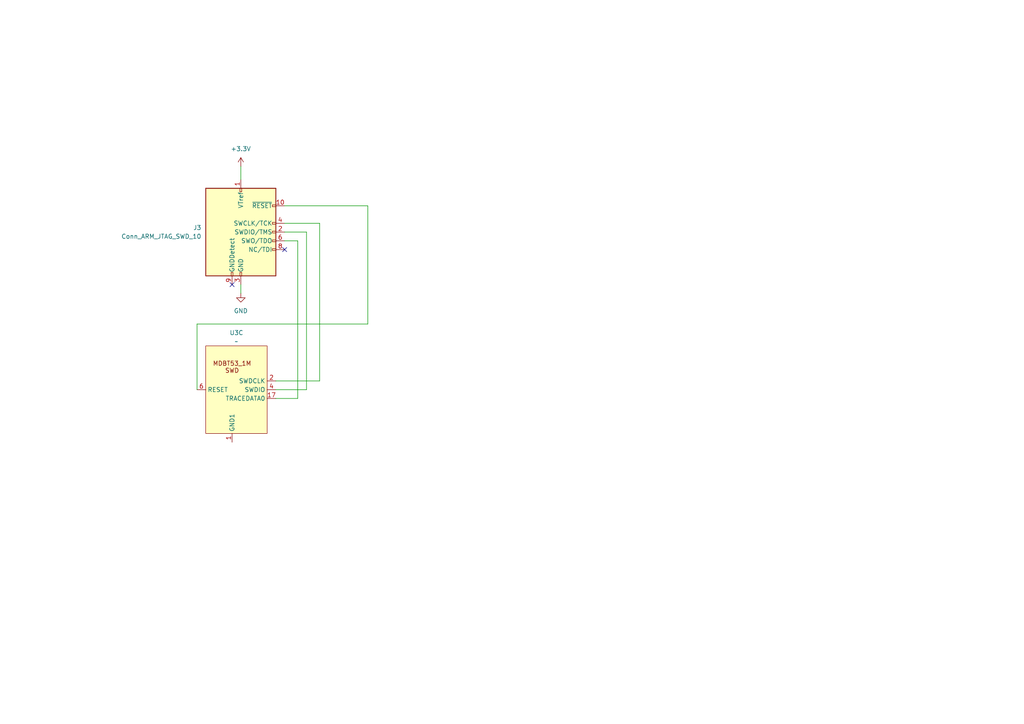
<source format=kicad_sch>
(kicad_sch (version 20231120) (generator "eeschema") (generator_version "8.0")
  (paper "A4")
  (lib_symbols
    (symbol "Connector:Conn_ARM_JTAG_SWD_10" (pin_names (offset 1.016))
      (property "Reference" "J" (at -2.54 16.51 0))
      (property "Value" "Conn_ARM_JTAG_SWD_10" (at -2.54 13.97 0))
      (symbol "Conn_ARM_JTAG_SWD_10_0_1"
        (rectangle (start -10.16 12.7) (end 10.16 -12.7) (stroke (width 0.254)) (fill (type background)))
        (rectangle (start -2.794 -12.7) (end -2.286 -11.684))
        (rectangle (start -0.254 -12.7) (end 0.254 -11.684))
        (rectangle (start -0.254 12.7) (end 0.254 11.684))
        (rectangle (start 9.144 2.286) (end 10.16 2.794))
        (rectangle (start 10.16 -2.794) (end 9.144 -2.286))
        (rectangle (start 10.16 -0.254) (end 9.144 0.254))
        (rectangle (start 10.16 7.874) (end 9.144 7.366))
      )
      (symbol "Conn_ARM_JTAG_SWD_10_1_1"
        (rectangle (start 9.144 -5.334) (end 10.16 -4.826))
        (pin power_in line (at 0 15.24 270) (length 2.54) (name "VTref") (number "1"))
        (pin open_collector line (at 12.7 7.62 180) (length 2.54) (name "~{RESET}") (number "10"))
        (pin bidirectional line (at 12.7 0 180) (length 2.54) (name "SWDIO/TMS") (number "2"))
        (pin power_in line (at 0 -15.24 90) (length 2.54) (name "GND") (number "3"))
        (pin output line (at 12.7 2.54 180) (length 2.54) (name "SWCLK/TCK") (number "4"))
        (pin passive line (at 0 -15.24 90) (length 2.54) hide (name "GND") (number "5"))
        (pin input line (at 12.7 -2.54 180) (length 2.54) (name "SWO/TDO") (number "6"))
        (pin no_connect line (at -10.16 0 0) (length 2.54) hide (name "KEY") (number "7"))
        (pin output line (at 12.7 -5.08 180) (length 2.54) (name "NC/TDI") (number "8"))
        (pin passive line (at -2.54 -15.24 90) (length 2.54) (name "GNDDetect") (number "9"))
      )
    )
    (symbol "David Brown Keyboard Parts:MDBT53_1M"
      (property "Reference" "U" (at 0 12.446 0))
      (symbol "MDBT53_1M_1_1"
        (rectangle (start -8.89 12.7) (end 11.43 -12.7) (fill (type background)))
        (text "MDBT53_1M\nPOWER" (at 0 2.032 0) (effects (font (size 1.27 1.27))))
        (pin power_in line (at -5.08 -15.24 90) (length 2.54) (name "GND1") (number "1"))
        (pin power_in line (at -2.54 -15.24 90) (length 2.54) (name "GND2") (number "24"))
        (pin power_in line (at -3.81 15.24 270) (length 2.54) (name "VDD") (number "38"))
        (pin power_in line (at 0 15.24 270) (length 2.54) (name "DCCH") (number "40"))
        (pin power_in line (at 3.81 15.24 270) (length 2.54) (name "VDDH") (number "41"))
        (pin power_in line (at 0 -15.24 90) (length 2.54) (name "GND3") (number "42"))
        (pin bidirectional line (at 13.97 5.08 180) (length 2.54) (name "DCCD") (number "50"))
        (pin bidirectional line (at 13.97 2.54 180) (length 2.54) (name "DECD") (number "52"))
        (pin bidirectional line (at 13.97 -2.54 180) (length 2.54) (name "DCC") (number "54"))
        (pin bidirectional line (at 13.97 -5.08 180) (length 2.54) (name "DECR") (number "58"))
        (pin power_in line (at 2.54 -15.24 90) (length 2.54) (name "GND4") (number "61"))
      )
      (symbol "MDBT53_1M_2_1"
        (rectangle (start -6.35 5.08) (end 6.35 -2.54) (fill (type background)))
        (text "MDBG53_1V_Clock\n" (at 0 10.414 0) (effects (font (size 1.27 1.27))))
        (pin bidirectional line (at -8.89 2.54 0) (length 2.54) (name "XL1/P0.00") (number "34"))
        (pin bidirectional line (at -8.89 0 0) (length 2.54) (name "XL2/P0.01") (number "36"))
      )
      (symbol "MDBT53_1M_3_1"
        (rectangle (start -7.62 12.7) (end 10.16 -12.7) (fill (type background)))
        (text "MDBT53_1M\nSWD" (at 0 6.604 0) (effects (font (size 1.27 1.27))))
        (pin power_in line (at 0 -15.24 90) (length 2.54) (name "GND1") (number "1"))
        (pin bidirectional line (at 12.7 -2.54 180) (length 2.54) (name "TRACEDATA0") (number "17"))
        (pin output line (at 12.7 2.54 180) (length 2.54) (name "SWDCLK") (number "2"))
        (pin bidirectional line (at 12.7 0 180) (length 2.54) (name "SWDIO") (number "4"))
        (pin input line (at -10.16 0 0) (length 2.54) (name "RESET") (number "6"))
      )
      (symbol "MDBT53_1M_4_1"
        (rectangle (start -10.16 10.16) (end 10.16 -11.43) (fill (type background)))
        (text "MDBT53_1M\nQSPI" (at 0 16.51 0) (effects (font (size 1.27 1.27))))
        (pin output line (at 10.16 5.08 180) (length 2.54) (name "QSPI_CSN") (number "16"))
        (pin output line (at 10.16 0 180) (length 2.54) (name "QSPI_0") (number "21"))
        (pin output line (at 10.16 -5.08 180) (length 2.54) (name "QSPI_2") (number "23"))
        (pin output line (at 10.16 7.62 180) (length 2.54) (name "QSPI_SCK") (number "26"))
        (pin output line (at 10.16 -2.54 180) (length 2.54) (name "QSPI_1") (number "27"))
        (pin output line (at 10.16 -7.62 180) (length 2.54) (name "QSPI_3") (number "28"))
      )
      (symbol "MDBT53_1M_5_0"
        (pin bidirectional line (at 12.7 -20.32 180) (length 2.54) (name "P0.21") (number "12"))
        (pin bidirectional line (at 12.7 -17.78 180) (length 2.54) (name "P0.20") (number "13"))
        (pin bidirectional line (at 12.7 -15.24 180) (length 2.54) (name "P0.19") (number "14"))
        (pin bidirectional line (at 12.7 2.54 180) (length 2.54) (name "P0.12") (number "15"))
        (pin bidirectional line (at 12.7 -12.7 180) (length 2.54) (name "P0.18") (number "16"))
        (pin bidirectional line (at 12.7 5.08 180) (length 2.54) (name "P0.11") (number "17"))
        (pin bidirectional line (at 12.7 7.62 180) (length 2.54) (name "P0.10") (number "18"))
        (pin bidirectional line (at 12.7 10.16 180) (length 2.54) (name "P0.09") (number "19"))
        (pin bidirectional line (at 12.7 15.24 180) (length 2.54) (name "P0.07") (number "20"))
        (pin bidirectional line (at 12.7 0 180) (length 2.54) (name "P0.13") (number "21"))
        (pin bidirectional line (at 12.7 -5.08 180) (length 2.54) (name "P0.15") (number "23"))
        (pin bidirectional line (at 12.7 -22.86 180) (length 2.54) (name "P0.22") (number "25"))
        (pin bidirectional line (at 12.7 -10.16 180) (length 2.54) (name "P0.17") (number "26"))
        (pin bidirectional line (at 12.7 -2.54 180) (length 2.54) (name "P0.14") (number "27"))
        (pin bidirectional line (at 12.7 -7.62 180) (length 2.54) (name "P0.16") (number "28"))
        (pin bidirectional line (at 12.7 12.7 180) (length 2.54) (name "P0.08") (number "29"))
        (pin bidirectional line (at 12.7 25.4 180) (length 2.54) (name "P0.03") (number "30"))
        (pin bidirectional line (at 12.7 27.94 180) (length 2.54) (name "P0.02") (number "32"))
        (pin bidirectional line (at 12.7 17.78 180) (length 2.54) (name "P0.06") (number "35"))
        (pin bidirectional line (at 12.7 22.86 180) (length 2.54) (name "P0.04") (number "37"))
        (pin bidirectional line (at 12.7 20.32 180) (length 2.54) (name "P0.05") (number "39"))
        (pin bidirectional line (at 12.7 -35.56 180) (length 2.54) (name "P0.27") (number "5"))
        (pin bidirectional line (at 12.7 -45.72 180) (length 2.54) (name "P0.31") (number "56"))
        (pin bidirectional line (at 12.7 -43.18 180) (length 2.54) (name "P0.30") (number "57"))
        (pin bidirectional line (at 12.7 -38.1 180) (length 2.54) (name "P0.28") (number "60"))
        (pin bidirectional line (at 12.7 -25.4 180) (length 2.54) (name "P0.23") (number "62"))
        (pin bidirectional line (at 12.7 -40.64 180) (length 2.54) (name "P0.29") (number "65"))
        (pin bidirectional line (at 12.7 -33.02 180) (length 2.54) (name "P0.26") (number "7"))
        (pin bidirectional line (at 12.7 -27.94 180) (length 2.54) (name "P0.24") (number "8"))
        (pin bidirectional line (at 12.7 -30.48 180) (length 2.54) (name "P0.25") (number "9"))
      )
      (symbol "MDBT53_1M_5_1"
        (rectangle (start -10.16 35.56) (end 10.16 -48.26) (fill (type background)))
        (text "MDBT53_1M\nGPIO0" (at 0.254 41.148 0) (effects (font (size 1.27 1.27))))
      )
      (symbol "MDBT53_1M_6_0"
        (pin bidirectional line (at 12.7 2.54 180) (length 2.54) (name "P1.06") (number "10"))
        (pin bidirectional line (at 12.7 7.62 180) (length 2.54) (name "P1.04") (number "11"))
        (pin bidirectional line (at 12.7 5.08 180) (length 2.54) (name "P1.05") (number "22"))
        (pin bidirectional line (at 12.7 -2.54 180) (length 2.54) (name "P1.08") (number "3"))
        (pin bidirectional line (at 12.7 10.16 180) (length 2.54) (name "P1.03") (number "31"))
        (pin bidirectional line (at 12.7 12.7 180) (length 2.54) (name "P1.02") (number "33"))
        (pin bidirectional line (at 12.7 15.24 180) (length 2.54) (name "P1.01") (number "43"))
        (pin bidirectional line (at 12.7 17.78 180) (length 2.54) (name "P1.00") (number "45"))
        (pin bidirectional line (at 12.7 -20.32 180) (length 2.54) (name "P1.15") (number "47"))
        (pin bidirectional line (at 12.7 -17.78 180) (length 2.54) (name "P1.14") (number "49"))
        (pin bidirectional line (at 12.7 -15.24 180) (length 2.54) (name "P1.13") (number "51"))
        (pin bidirectional line (at 12.7 -12.7 180) (length 2.54) (name "P1.12") (number "53"))
        (pin bidirectional line (at 12.7 -10.16 180) (length 2.54) (name "P1.11") (number "55"))
        (pin bidirectional line (at 12.7 -7.62 180) (length 2.54) (name "P1.10") (number "59"))
        (pin bidirectional line (at 12.7 0 180) (length 2.54) (name "P1.07") (number "63"))
        (pin bidirectional line (at 12.7 -5.08 180) (length 2.54) (name "P1.09") (number "64"))
      )
      (symbol "MDBT53_1M_6_1"
        (rectangle (start -10.16 20.32) (end 10.16 -22.86) (fill (type background)))
        (text "MDBT53_1M\nGPIO1" (at 0.508 27.686 0) (effects (font (size 1.27 1.27))))
      )
      (symbol "MDBT53_1M_7_0"
        (pin input line (at -12.7 0 0) (length 2.54) (name "AIN3") (number "20"))
        (pin input line (at -12.7 2.54 0) (length 2.54) (name "AIN2") (number "35"))
        (pin input line (at -12.7 7.62 0) (length 2.54) (name "AIN0") (number "37"))
        (pin input line (at -12.7 5.08 0) (length 2.54) (name "AIN1") (number "39"))
        (pin input line (at -12.7 -7.62 0) (length 2.54) (name "AIN6") (number "5"))
        (pin input line (at -12.7 -10.16 0) (length 2.54) (name "AIN7") (number "60"))
        (pin input line (at -12.7 -5.08 0) (length 2.54) (name "AIN5") (number "7"))
        (pin input line (at -12.7 -2.54 0) (length 2.54) (name "AIN4") (number "9"))
      )
      (symbol "MDBT53_1M_7_1"
        (rectangle (start -10.16 10.16) (end 10.16 -12.7) (fill (type background)))
        (text "MDBT53_1M\nAIN" (at -0.254 16.256 0) (effects (font (size 1.27 1.27))))
      )
      (symbol "MDBT53_1M_8_0"
        (pin power_out line (at 0 8.89 270) (length 2.54) (name "VBUS") (number "44"))
        (pin input line (at 7.62 0 180) (length 2.54) (name "D+") (number "46"))
        (pin input line (at 7.62 -2.54 180) (length 2.54) (name "D-") (number "48"))
      )
      (symbol "MDBT53_1M_8_1"
        (rectangle (start -5.08 6.35) (end 5.08 -6.35) (fill (type background)))
        (text "MDBT53_1M\nUSB" (at 0.254 -11.176 0) (effects (font (size 1.27 1.27))))
      )
    )
    (symbol "power:+3.3V" (power) (pin_numbers hide) (pin_names (offset 0) hide)
      (property "Value" "+3.3V" (at 0 3.556 0))
      (symbol "+3.3V_0_1"
        (polyline (pts (xy -0.762 1.27) (xy 0 2.54)))
        (polyline (pts (xy 0 0) (xy 0 2.54)))
        (polyline (pts (xy 0 2.54) (xy 0.762 1.27)))
      )
      (symbol "+3.3V_1_1"
        (pin power_in line (at 0 0 90) (length 0) (name "~") (number "1"))
      )
    )
    (symbol "power:GND" (power) (pin_numbers hide) (pin_names (offset 0) hide)
      (property "Value" "GND" (at 0 -3.81 0))
      (symbol "GND_0_1"
        (polyline (pts (xy 0 0) (xy 0 -1.27) (xy 1.27 -1.27) (xy 0 -2.54) (xy -1.27 -1.27) (xy 0 -1.27)))
      )
      (symbol "GND_1_1"
        (pin power_in line (at 0 0 270) (length 0) (name "~") (number "1"))
      )
    )
  )
  (no_connect (at 67.31 82.55))
  (no_connect (at 82.55 72.39))
  (wire (pts (xy 69.85 82.55) (xy 69.85 85.09)))
  (wire (pts (xy 82.55 64.77) (xy 92.71 64.77)))
  (wire (pts (xy 106.68 93.98) (xy 106.68 59.69)))
  (wire (pts (xy 86.36 69.85) (xy 86.36 115.57)))
  (wire (pts (xy 88.9 113.03) (xy 80.01 113.03)))
  (wire (pts (xy 88.9 67.31) (xy 88.9 113.03)))
  (wire (pts (xy 92.71 110.49) (xy 80.01 110.49)))
  (wire (pts (xy 92.71 64.77) (xy 92.71 110.49)))
  (wire (pts (xy 57.15 113.03) (xy 57.15 93.98)))
  (wire (pts (xy 82.55 67.31) (xy 88.9 67.31)))
  (wire (pts (xy 106.68 59.69) (xy 82.55 59.69)))
  (wire (pts (xy 82.55 69.85) (xy 86.36 69.85)))
  (wire (pts (xy 57.15 93.98) (xy 106.68 93.98)))
  (wire (pts (xy 69.85 48.26) (xy 69.85 52.07)))
  (wire (pts (xy 86.36 115.57) (xy 80.01 115.57)))
  (symbol (lib_id "power:+3.3V") (at 69.85 48.26 0) (unit 1)
    (property "Reference" "#PWR023" (effects (hide yes)))
    (property "Value" "+3.3V" (at 69.85 43.18 0))
    (property "Description" "Power symbol creates a global label with name \"+3.3V\"" (effects (hide yes)))
  )
  (symbol (lib_id "David Brown Keyboard Parts:MDBT53_1M") (at 67.31 113.03 0) (unit 3)
    (property "Reference" "U3" (at 68.58 96.52 0))
    (property "Value" "~" (at 68.58 99.06 0))
    (property "Footprint" "davidb-keyboard-foot:MDBT53_1M" (effects (hide yes)))
  )
  (symbol (lib_id "power:GND") (at 69.85 85.09 0) (unit 1)
    (property "Reference" "#PWR024" (effects (hide yes)))
    (property "Value" "GND" (at 69.85 90.17 0))
    (property "Description" "Power symbol creates a global label with name \"GND\" , ground" (effects (hide yes)))
  )
  (symbol (lib_id "Connector:Conn_ARM_JTAG_SWD_10") (at 69.85 67.31 0) (unit 1)
    (property "Reference" "J3" (at 58.42 66.0399 0) (effects (justify right)))
    (property "Value" "Conn_ARM_JTAG_SWD_10" (at 58.42 68.5799 0) (effects (justify right)))
    (property "Footprint" "davidb-keyboard-foot:Cortex-M-Debug10" (effects (hide yes)))
    (property "Datasheet" "http://infocenter.arm.com/help/topic/com.arm.doc.ddi0314h/DDI0314H_coresight_components_trm.pdf" (effects (hide yes)))
    (property "Description" "Cortex Debug Connector, standard ARM Cortex-M SWD and JTAG interface" (effects (hide yes)))
  )
)
</source>
